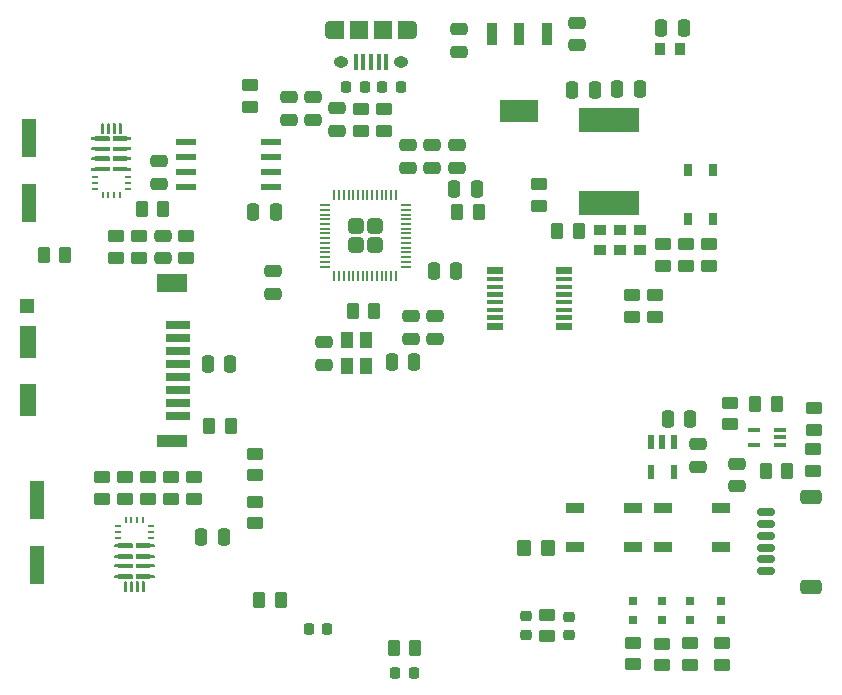
<source format=gbr>
%TF.GenerationSoftware,KiCad,Pcbnew,7.0.10-7.0.10~ubuntu22.04.1*%
%TF.CreationDate,2024-11-26T00:39:38-05:00*%
%TF.ProjectId,Chimera,4368696d-6572-4612-9e6b-696361645f70,rev?*%
%TF.SameCoordinates,Original*%
%TF.FileFunction,Paste,Top*%
%TF.FilePolarity,Positive*%
%FSLAX46Y46*%
G04 Gerber Fmt 4.6, Leading zero omitted, Abs format (unit mm)*
G04 Created by KiCad (PCBNEW 7.0.10-7.0.10~ubuntu22.04.1) date 2024-11-26 00:39:38*
%MOMM*%
%LPD*%
G01*
G04 APERTURE LIST*
G04 Aperture macros list*
%AMRoundRect*
0 Rectangle with rounded corners*
0 $1 Rounding radius*
0 $2 $3 $4 $5 $6 $7 $8 $9 X,Y pos of 4 corners*
0 Add a 4 corners polygon primitive as box body*
4,1,4,$2,$3,$4,$5,$6,$7,$8,$9,$2,$3,0*
0 Add four circle primitives for the rounded corners*
1,1,$1+$1,$2,$3*
1,1,$1+$1,$4,$5*
1,1,$1+$1,$6,$7*
1,1,$1+$1,$8,$9*
0 Add four rect primitives between the rounded corners*
20,1,$1+$1,$2,$3,$4,$5,0*
20,1,$1+$1,$4,$5,$6,$7,0*
20,1,$1+$1,$6,$7,$8,$9,0*
20,1,$1+$1,$8,$9,$2,$3,0*%
G04 Aperture macros list end*
%ADD10C,0.010000*%
%ADD11RoundRect,0.250000X0.450000X-0.262500X0.450000X0.262500X-0.450000X0.262500X-0.450000X-0.262500X0*%
%ADD12RoundRect,0.250000X-0.450000X0.262500X-0.450000X-0.262500X0.450000X-0.262500X0.450000X0.262500X0*%
%ADD13R,0.660400X1.041400*%
%ADD14RoundRect,0.250000X0.475000X-0.250000X0.475000X0.250000X-0.475000X0.250000X-0.475000X-0.250000X0*%
%ADD15RoundRect,0.250000X0.262500X0.450000X-0.262500X0.450000X-0.262500X-0.450000X0.262500X-0.450000X0*%
%ADD16RoundRect,0.218750X0.218750X0.256250X-0.218750X0.256250X-0.218750X-0.256250X0.218750X-0.256250X0*%
%ADD17R,1.500000X0.900000*%
%ADD18RoundRect,0.250000X-0.262500X-0.450000X0.262500X-0.450000X0.262500X0.450000X-0.262500X0.450000X0*%
%ADD19RoundRect,0.250000X-0.475000X0.250000X-0.475000X-0.250000X0.475000X-0.250000X0.475000X0.250000X0*%
%ADD20R,1.130000X0.890000*%
%ADD21O,0.890000X1.550000*%
%ADD22O,1.250000X0.950000*%
%ADD23R,0.400000X1.350000*%
%ADD24R,1.200000X1.550000*%
%ADD25R,1.500000X1.550000*%
%ADD26RoundRect,0.250000X-0.250000X-0.475000X0.250000X-0.475000X0.250000X0.475000X-0.250000X0.475000X0*%
%ADD27R,0.600000X1.150000*%
%ADD28RoundRect,0.250000X0.250000X0.475000X-0.250000X0.475000X-0.250000X-0.475000X0.250000X-0.475000X0*%
%ADD29R,0.750000X0.800000*%
%ADD30R,1.100000X1.400000*%
%ADD31RoundRect,0.218750X-0.256250X0.218750X-0.256250X-0.218750X0.256250X-0.218750X0.256250X0.218750X0*%
%ADD32RoundRect,0.249999X-0.395001X-0.395001X0.395001X-0.395001X0.395001X0.395001X-0.395001X0.395001X0*%
%ADD33RoundRect,0.050000X-0.387500X-0.050000X0.387500X-0.050000X0.387500X0.050000X-0.387500X0.050000X0*%
%ADD34RoundRect,0.050000X-0.050000X-0.387500X0.050000X-0.387500X0.050000X0.387500X-0.050000X0.387500X0*%
%ADD35R,1.295400X3.302000*%
%ADD36R,5.105400X2.032000*%
%ADD37R,0.890000X1.130000*%
%ADD38R,2.000000X0.700000*%
%ADD39R,1.400000X2.700000*%
%ADD40R,2.600000X1.000000*%
%ADD41R,2.600000X1.500000*%
%ADD42R,1.200000X1.200000*%
%ADD43R,0.914400X1.854200*%
%ADD44R,3.200400X1.854200*%
%ADD45RoundRect,0.218750X-0.218750X-0.256250X0.218750X-0.256250X0.218750X0.256250X-0.218750X0.256250X0*%
%ADD46RoundRect,0.250000X0.350000X0.450000X-0.350000X0.450000X-0.350000X-0.450000X0.350000X-0.450000X0*%
%ADD47RoundRect,0.150000X0.625000X-0.150000X0.625000X0.150000X-0.625000X0.150000X-0.625000X-0.150000X0*%
%ADD48RoundRect,0.250000X0.650000X-0.350000X0.650000X0.350000X-0.650000X0.350000X-0.650000X-0.350000X0*%
%ADD49R,0.599999X0.249999*%
%ADD50R,0.249999X0.599999*%
%ADD51RoundRect,0.072500X-0.732500X-0.217500X0.732500X-0.217500X0.732500X0.217500X-0.732500X0.217500X0*%
%ADD52R,0.990600X0.406400*%
G04 APERTURE END LIST*
%TO.C,U6*%
D10*
X122050000Y-88425000D02*
X120800000Y-88425000D01*
X120800000Y-87925000D01*
X122050000Y-87925000D01*
X122050000Y-88425000D01*
G36*
X122050000Y-88425000D02*
G01*
X120800000Y-88425000D01*
X120800000Y-87925000D01*
X122050000Y-87925000D01*
X122050000Y-88425000D01*
G37*
X122050000Y-87575000D02*
X120800000Y-87575000D01*
X120800000Y-87275000D01*
X122050000Y-87275000D01*
X122050000Y-87575000D01*
G36*
X122050000Y-87575000D02*
G01*
X120800000Y-87575000D01*
X120800000Y-87275000D01*
X122050000Y-87275000D01*
X122050000Y-87575000D01*
G37*
X122050000Y-86925000D02*
X120800000Y-86925000D01*
X120800000Y-86625000D01*
X122050000Y-86625000D01*
X122050000Y-86925000D01*
G36*
X122050000Y-86925000D02*
G01*
X120800000Y-86925000D01*
X120800000Y-86625000D01*
X122050000Y-86625000D01*
X122050000Y-86925000D01*
G37*
X122050000Y-86275000D02*
X120800000Y-86275000D01*
X120800000Y-85975000D01*
X122050000Y-85975000D01*
X122050000Y-86275000D01*
G36*
X122050000Y-86275000D02*
G01*
X120800000Y-86275000D01*
X120800000Y-85975000D01*
X122050000Y-85975000D01*
X122050000Y-86275000D01*
G37*
X122050000Y-85625000D02*
X120800000Y-85625000D01*
X120800000Y-85325000D01*
X122050000Y-85325000D01*
X122050000Y-85625000D01*
G36*
X122050000Y-85625000D02*
G01*
X120800000Y-85625000D01*
X120800000Y-85325000D01*
X122050000Y-85325000D01*
X122050000Y-85625000D01*
G37*
X122050000Y-84975000D02*
X120800000Y-84975000D01*
X120800000Y-84675000D01*
X122050000Y-84675000D01*
X122050000Y-84975000D01*
G36*
X122050000Y-84975000D02*
G01*
X120800000Y-84975000D01*
X120800000Y-84675000D01*
X122050000Y-84675000D01*
X122050000Y-84975000D01*
G37*
X122050000Y-84325000D02*
X120800000Y-84325000D01*
X120800000Y-84025000D01*
X122050000Y-84025000D01*
X122050000Y-84325000D01*
G36*
X122050000Y-84325000D02*
G01*
X120800000Y-84325000D01*
X120800000Y-84025000D01*
X122050000Y-84025000D01*
X122050000Y-84325000D01*
G37*
X122050000Y-83675000D02*
X120800000Y-83675000D01*
X120800000Y-83175000D01*
X122050000Y-83175000D01*
X122050000Y-83675000D01*
G36*
X122050000Y-83675000D02*
G01*
X120800000Y-83675000D01*
X120800000Y-83175000D01*
X122050000Y-83175000D01*
X122050000Y-83675000D01*
G37*
X116200000Y-88425000D02*
X114950000Y-88425000D01*
X114950000Y-87925000D01*
X116200000Y-87925000D01*
X116200000Y-88425000D01*
G36*
X116200000Y-88425000D02*
G01*
X114950000Y-88425000D01*
X114950000Y-87925000D01*
X116200000Y-87925000D01*
X116200000Y-88425000D01*
G37*
X116200000Y-87575000D02*
X114950000Y-87575000D01*
X114950000Y-87275000D01*
X116200000Y-87275000D01*
X116200000Y-87575000D01*
G36*
X116200000Y-87575000D02*
G01*
X114950000Y-87575000D01*
X114950000Y-87275000D01*
X116200000Y-87275000D01*
X116200000Y-87575000D01*
G37*
X116200000Y-86925000D02*
X114950000Y-86925000D01*
X114950000Y-86625000D01*
X116200000Y-86625000D01*
X116200000Y-86925000D01*
G36*
X116200000Y-86925000D02*
G01*
X114950000Y-86925000D01*
X114950000Y-86625000D01*
X116200000Y-86625000D01*
X116200000Y-86925000D01*
G37*
X116200000Y-86275000D02*
X114950000Y-86275000D01*
X114950000Y-85975000D01*
X116200000Y-85975000D01*
X116200000Y-86275000D01*
G36*
X116200000Y-86275000D02*
G01*
X114950000Y-86275000D01*
X114950000Y-85975000D01*
X116200000Y-85975000D01*
X116200000Y-86275000D01*
G37*
X116200000Y-85625000D02*
X114950000Y-85625000D01*
X114950000Y-85325000D01*
X116200000Y-85325000D01*
X116200000Y-85625000D01*
G36*
X116200000Y-85625000D02*
G01*
X114950000Y-85625000D01*
X114950000Y-85325000D01*
X116200000Y-85325000D01*
X116200000Y-85625000D01*
G37*
X116200000Y-84975000D02*
X114950000Y-84975000D01*
X114950000Y-84675000D01*
X116200000Y-84675000D01*
X116200000Y-84975000D01*
G36*
X116200000Y-84975000D02*
G01*
X114950000Y-84975000D01*
X114950000Y-84675000D01*
X116200000Y-84675000D01*
X116200000Y-84975000D01*
G37*
X116200000Y-84325000D02*
X114950000Y-84325000D01*
X114950000Y-84025000D01*
X116200000Y-84025000D01*
X116200000Y-84325000D01*
G36*
X116200000Y-84325000D02*
G01*
X114950000Y-84325000D01*
X114950000Y-84025000D01*
X116200000Y-84025000D01*
X116200000Y-84325000D01*
G37*
X116200000Y-83675000D02*
X114950000Y-83675000D01*
X114950000Y-83175000D01*
X116200000Y-83175000D01*
X116200000Y-83675000D01*
G36*
X116200000Y-83675000D02*
G01*
X114950000Y-83675000D01*
X114950000Y-83175000D01*
X116200000Y-83175000D01*
X116200000Y-83675000D01*
G37*
%TO.C,Motor 2*%
G36*
X84035000Y-71045000D02*
G01*
X84035000Y-71844999D01*
X83985000Y-71894999D01*
X83835000Y-71894999D01*
X83785000Y-71844999D01*
X83785000Y-71045000D01*
X83835000Y-70994998D01*
X83985000Y-70994998D01*
X84035000Y-71045000D01*
G37*
G36*
X83535001Y-71045000D02*
G01*
X83535001Y-71844999D01*
X83485001Y-71894999D01*
X83335001Y-71894999D01*
X83285001Y-71844999D01*
X83285001Y-71045000D01*
X83335001Y-70994998D01*
X83485001Y-70994998D01*
X83535001Y-71045000D01*
G37*
G36*
X83034999Y-71045000D02*
G01*
X83034999Y-71844999D01*
X82984999Y-71894999D01*
X82834999Y-71894999D01*
X82784999Y-71844999D01*
X82784999Y-71045000D01*
X82834999Y-70994998D01*
X82984999Y-70994998D01*
X83034999Y-71045000D01*
G37*
G36*
X82535000Y-71045000D02*
G01*
X82535000Y-71844999D01*
X82485000Y-71894999D01*
X82335000Y-71894999D01*
X82285000Y-71844999D01*
X82285000Y-71045000D01*
X82335000Y-70994998D01*
X82485000Y-70994998D01*
X82535000Y-71045000D01*
G37*
G36*
X84510500Y-74769999D02*
G01*
X84810500Y-74769999D01*
X84860500Y-74819999D01*
X84860500Y-74969999D01*
X84810500Y-75020001D01*
X84510500Y-75019999D01*
X84510500Y-75095000D01*
X83335501Y-75095000D01*
X83285499Y-75045010D01*
X83285499Y-74744998D01*
X83335499Y-74694998D01*
X84510500Y-74694998D01*
X84510500Y-74769999D01*
G37*
G36*
X84510500Y-73869998D02*
G01*
X84810500Y-73869998D01*
X84860500Y-73919998D01*
X84860500Y-74069998D01*
X84810500Y-74120000D01*
X84510500Y-74119998D01*
X84510500Y-74194999D01*
X83335501Y-74194999D01*
X83285499Y-74145014D01*
X83285499Y-73845000D01*
X83335499Y-73795000D01*
X84510500Y-73795000D01*
X84510500Y-73869998D01*
G37*
G36*
X84510500Y-73070000D02*
G01*
X84810500Y-73070000D01*
X84860500Y-73120000D01*
X84860500Y-73270000D01*
X84810500Y-73320002D01*
X84510500Y-73319999D01*
X84510500Y-73394998D01*
X83335499Y-73395001D01*
X83285499Y-73345016D01*
X83285499Y-73044999D01*
X83335499Y-72994999D01*
X84510500Y-72994999D01*
X84510500Y-73070000D01*
G37*
G36*
X84510500Y-72169999D02*
G01*
X84810500Y-72169999D01*
X84860500Y-72219999D01*
X84860500Y-72369999D01*
X84810500Y-72420001D01*
X84510500Y-72419999D01*
X84510500Y-72495000D01*
X83335499Y-72495000D01*
X83285496Y-72445020D01*
X83285499Y-72144998D01*
X83335499Y-72094998D01*
X84510500Y-72094998D01*
X84510500Y-72169999D01*
G37*
G36*
X83034501Y-74744998D02*
G01*
X83034506Y-75045025D01*
X82984499Y-75095000D01*
X81809500Y-75095000D01*
X81809500Y-75019999D01*
X81509500Y-75020001D01*
X81459500Y-74969999D01*
X81459500Y-74820004D01*
X81509500Y-74769999D01*
X81809500Y-74769999D01*
X81809500Y-74694998D01*
X82984504Y-74694998D01*
X83034501Y-74744998D01*
G37*
G36*
X83034501Y-73845000D02*
G01*
X83034504Y-74145017D01*
X82984499Y-74194999D01*
X81809500Y-74194999D01*
X81809500Y-74119998D01*
X81509500Y-74120003D01*
X81459500Y-74069998D01*
X81459500Y-73920001D01*
X81509500Y-73869998D01*
X81809500Y-73869998D01*
X81809500Y-73795000D01*
X82984504Y-73795000D01*
X83034501Y-73845000D01*
G37*
G36*
X83034501Y-73044999D02*
G01*
X83034504Y-73345018D01*
X82984501Y-73394998D01*
X81809500Y-73394998D01*
X81809500Y-73319999D01*
X81509500Y-73320002D01*
X81459500Y-73270000D01*
X81459500Y-73120002D01*
X81509500Y-73070000D01*
X81809500Y-73070000D01*
X81809500Y-72994999D01*
X82984504Y-72994999D01*
X83034501Y-73044999D01*
G37*
G36*
X83034501Y-72144998D02*
G01*
X83034506Y-72445023D01*
X82984499Y-72495000D01*
X81809500Y-72495000D01*
X81809500Y-72419999D01*
X81509500Y-72420001D01*
X81459500Y-72369999D01*
X81459500Y-72220004D01*
X81509500Y-72169999D01*
X81809500Y-72169999D01*
X81809500Y-72094998D01*
X82984504Y-72094998D01*
X83034501Y-72144998D01*
G37*
%TO.C,U1*%
G36*
X84485000Y-109845000D02*
G01*
X84485000Y-110644999D01*
X84435000Y-110695001D01*
X84285000Y-110695001D01*
X84235000Y-110644999D01*
X84235000Y-109845000D01*
X84285000Y-109795000D01*
X84435000Y-109795000D01*
X84485000Y-109845000D01*
G37*
G36*
X84984999Y-109845000D02*
G01*
X84984999Y-110644999D01*
X84934999Y-110695001D01*
X84784999Y-110695001D01*
X84734999Y-110644999D01*
X84734999Y-109845000D01*
X84784999Y-109795000D01*
X84934999Y-109795000D01*
X84984999Y-109845000D01*
G37*
G36*
X85485001Y-109845000D02*
G01*
X85485001Y-110644999D01*
X85435001Y-110695001D01*
X85285001Y-110695001D01*
X85235001Y-110644999D01*
X85235001Y-109845000D01*
X85285001Y-109795000D01*
X85435001Y-109795000D01*
X85485001Y-109845000D01*
G37*
G36*
X85985000Y-109845000D02*
G01*
X85985000Y-110644999D01*
X85935000Y-110695001D01*
X85785000Y-110695001D01*
X85735000Y-110644999D01*
X85735000Y-109845000D01*
X85785000Y-109795000D01*
X85935000Y-109795000D01*
X85985000Y-109845000D01*
G37*
G36*
X84984501Y-106644989D02*
G01*
X84984501Y-106945001D01*
X84934501Y-106995001D01*
X83759500Y-106995001D01*
X83759500Y-106920000D01*
X83459500Y-106920000D01*
X83409500Y-106870000D01*
X83409500Y-106720000D01*
X83459500Y-106669998D01*
X83759500Y-106670000D01*
X83759500Y-106594999D01*
X84934499Y-106594999D01*
X84984501Y-106644989D01*
G37*
G36*
X84984501Y-107544985D02*
G01*
X84984501Y-107844999D01*
X84934501Y-107894999D01*
X83759500Y-107894999D01*
X83759500Y-107820001D01*
X83459500Y-107820001D01*
X83409500Y-107770001D01*
X83409500Y-107620001D01*
X83459500Y-107569999D01*
X83759500Y-107570001D01*
X83759500Y-107495000D01*
X84934499Y-107495000D01*
X84984501Y-107544985D01*
G37*
G36*
X84984501Y-108344983D02*
G01*
X84984501Y-108645000D01*
X84934501Y-108695000D01*
X83759500Y-108695000D01*
X83759500Y-108619999D01*
X83459500Y-108619999D01*
X83409500Y-108569999D01*
X83409500Y-108419999D01*
X83459500Y-108369997D01*
X83759500Y-108370000D01*
X83759500Y-108295001D01*
X84934501Y-108294998D01*
X84984501Y-108344983D01*
G37*
G36*
X84984504Y-109244979D02*
G01*
X84984501Y-109545001D01*
X84934501Y-109595001D01*
X83759500Y-109595001D01*
X83759500Y-109520000D01*
X83459500Y-109520000D01*
X83409500Y-109470000D01*
X83409500Y-109320000D01*
X83459500Y-109269998D01*
X83759500Y-109270000D01*
X83759500Y-109194999D01*
X84934501Y-109194999D01*
X84984504Y-109244979D01*
G37*
G36*
X86460500Y-106670000D02*
G01*
X86760500Y-106669998D01*
X86810500Y-106720000D01*
X86810500Y-106869995D01*
X86760500Y-106920000D01*
X86460500Y-106920000D01*
X86460500Y-106995001D01*
X85285496Y-106995001D01*
X85235499Y-106945001D01*
X85235494Y-106644974D01*
X85285501Y-106594999D01*
X86460500Y-106594999D01*
X86460500Y-106670000D01*
G37*
G36*
X86460500Y-107570001D02*
G01*
X86760500Y-107569996D01*
X86810500Y-107620001D01*
X86810500Y-107769998D01*
X86760500Y-107820001D01*
X86460500Y-107820001D01*
X86460500Y-107894999D01*
X85285496Y-107894999D01*
X85235499Y-107844999D01*
X85235496Y-107544982D01*
X85285501Y-107495000D01*
X86460500Y-107495000D01*
X86460500Y-107570001D01*
G37*
G36*
X86460500Y-108370000D02*
G01*
X86760500Y-108369997D01*
X86810500Y-108419999D01*
X86810500Y-108569997D01*
X86760500Y-108619999D01*
X86460500Y-108619999D01*
X86460500Y-108695000D01*
X85285496Y-108695000D01*
X85235499Y-108645000D01*
X85235496Y-108344981D01*
X85285499Y-108295001D01*
X86460500Y-108295001D01*
X86460500Y-108370000D01*
G37*
G36*
X86460500Y-109270000D02*
G01*
X86760500Y-109269998D01*
X86810500Y-109320000D01*
X86810500Y-109469995D01*
X86760500Y-109520000D01*
X86460500Y-109520000D01*
X86460500Y-109595001D01*
X85285496Y-109595001D01*
X85235499Y-109545001D01*
X85235494Y-109244976D01*
X85285501Y-109194999D01*
X86460500Y-109194999D01*
X86460500Y-109270000D01*
G37*
%TD*%
D11*
%TO.C,R11*%
X90160000Y-102820000D03*
X90160000Y-100995000D03*
%TD*%
D12*
%TO.C,R32*%
X104290000Y-69807500D03*
X104290000Y-71632500D03*
%TD*%
D13*
%TO.C,SW1*%
X134099999Y-75000000D03*
X134099999Y-79150000D03*
X131950001Y-75000000D03*
X131950001Y-79150000D03*
%TD*%
D14*
%TO.C,C11*%
X87160000Y-76145000D03*
X87160000Y-74245000D03*
%TD*%
D15*
%TO.C,R16*%
X79247500Y-82145000D03*
X77422500Y-82145000D03*
%TD*%
D16*
%TO.C,D7*%
X101425000Y-113850000D03*
X99850000Y-113850000D03*
%TD*%
D14*
%TO.C,C25*%
X110525000Y-89275000D03*
X110525000Y-87375000D03*
%TD*%
D17*
%TO.C,D12*%
X134760000Y-106895000D03*
X134760000Y-103595000D03*
X129860000Y-103595000D03*
X129860000Y-106895000D03*
%TD*%
D11*
%TO.C,R2*%
X119375000Y-78000000D03*
X119375000Y-76175000D03*
%TD*%
D16*
%TO.C,D8*%
X108787500Y-117550000D03*
X107212500Y-117550000D03*
%TD*%
D18*
%TO.C,R22*%
X95687500Y-111400000D03*
X97512500Y-111400000D03*
%TD*%
D19*
%TO.C,C26*%
X98210000Y-68810000D03*
X98210000Y-70710000D03*
%TD*%
D20*
%TO.C,C6*%
X126225000Y-81765000D03*
X126225000Y-80025000D03*
%TD*%
D21*
%TO.C,J9*%
X108640000Y-63120000D03*
D22*
X107640000Y-65820000D03*
X102640000Y-65820000D03*
D21*
X101640000Y-63120000D03*
D23*
X106440000Y-65820000D03*
X105790000Y-65820000D03*
X105140000Y-65820000D03*
X104490000Y-65820000D03*
X103840000Y-65820000D03*
D24*
X108040000Y-63120000D03*
D25*
X106140000Y-63120000D03*
X104140000Y-63120000D03*
D24*
X102240000Y-63120000D03*
%TD*%
D26*
%TO.C,C17*%
X95160000Y-78495000D03*
X97060000Y-78495000D03*
%TD*%
D27*
%TO.C,IC1*%
X130760000Y-97970000D03*
X129810000Y-97970000D03*
X128860000Y-97970000D03*
X128860000Y-100570000D03*
X130760000Y-100570000D03*
%TD*%
D28*
%TO.C,C20*%
X112375000Y-83550000D03*
X110475000Y-83550000D03*
%TD*%
D18*
%TO.C,R44*%
X137687500Y-94800000D03*
X139512500Y-94800000D03*
%TD*%
D20*
%TO.C,C7*%
X124525000Y-81770000D03*
X124525000Y-80030000D03*
%TD*%
D29*
%TO.C,D2*%
X132135000Y-111445000D03*
X132135000Y-113045000D03*
%TD*%
D17*
%TO.C,D11*%
X127335000Y-106920000D03*
X127335000Y-103620000D03*
X122435000Y-103620000D03*
X122435000Y-106920000D03*
%TD*%
D12*
%TO.C,R19*%
X129225000Y-85600000D03*
X129225000Y-87425000D03*
%TD*%
D11*
%TO.C,R7*%
X95325000Y-100825000D03*
X95325000Y-99000000D03*
%TD*%
D30*
%TO.C,X1*%
X103149999Y-89330000D03*
X103149999Y-91530000D03*
X104750001Y-91530000D03*
X104750001Y-89330000D03*
%TD*%
D12*
%TO.C,R8*%
X142625000Y-95137500D03*
X142625000Y-96962500D03*
%TD*%
D31*
%TO.C,D9*%
X118225000Y-112762500D03*
X118225000Y-114337500D03*
%TD*%
D12*
%TO.C,R13*%
X85535000Y-80595000D03*
X85535000Y-82420000D03*
%TD*%
D28*
%TO.C,C28*%
X114090000Y-76610000D03*
X112190000Y-76610000D03*
%TD*%
D11*
%TO.C,R33*%
X106260000Y-71632500D03*
X106260000Y-69807500D03*
%TD*%
%TO.C,R36*%
X129900000Y-83100000D03*
X129900000Y-81275000D03*
%TD*%
D19*
%TO.C,C21*%
X100250000Y-68820000D03*
X100250000Y-70720000D03*
%TD*%
D18*
%TO.C,R43*%
X138562500Y-100500000D03*
X140387500Y-100500000D03*
%TD*%
D12*
%TO.C,R15*%
X89510000Y-80595000D03*
X89510000Y-82420000D03*
%TD*%
D32*
%TO.C,U3*%
X103842500Y-79750000D03*
X103842500Y-81350000D03*
X105442500Y-79750000D03*
X105442500Y-81350000D03*
D33*
X101205000Y-77950000D03*
X101205000Y-78350000D03*
X101205000Y-78750000D03*
X101205000Y-79150000D03*
X101205000Y-79550000D03*
X101205000Y-79950000D03*
X101205000Y-80350000D03*
X101205000Y-80750000D03*
X101205000Y-81150000D03*
X101205000Y-81550000D03*
X101205000Y-81950000D03*
X101205000Y-82350000D03*
X101205000Y-82750000D03*
X101205000Y-83150000D03*
D34*
X102042500Y-83987500D03*
X102442500Y-83987500D03*
X102842500Y-83987500D03*
X103242500Y-83987500D03*
X103642500Y-83987500D03*
X104042500Y-83987500D03*
X104442500Y-83987500D03*
X104842500Y-83987500D03*
X105242500Y-83987500D03*
X105642500Y-83987500D03*
X106042500Y-83987500D03*
X106442500Y-83987500D03*
X106842500Y-83987500D03*
X107242500Y-83987500D03*
D33*
X108080000Y-83150000D03*
X108080000Y-82750000D03*
X108080000Y-82350000D03*
X108080000Y-81950000D03*
X108080000Y-81550000D03*
X108080000Y-81150000D03*
X108080000Y-80750000D03*
X108080000Y-80350000D03*
X108080000Y-79950000D03*
X108080000Y-79550000D03*
X108080000Y-79150000D03*
X108080000Y-78750000D03*
X108080000Y-78350000D03*
X108080000Y-77950000D03*
D34*
X107242500Y-77112500D03*
X106842500Y-77112500D03*
X106442500Y-77112500D03*
X106042500Y-77112500D03*
X105642500Y-77112500D03*
X105242500Y-77112500D03*
X104842500Y-77112500D03*
X104442500Y-77112500D03*
X104042500Y-77112500D03*
X103642500Y-77112500D03*
X103242500Y-77112500D03*
X102842500Y-77112500D03*
X102442500Y-77112500D03*
X102042500Y-77112500D03*
%TD*%
D14*
%TO.C,C32*%
X87535000Y-82457500D03*
X87535000Y-80557500D03*
%TD*%
D35*
%TO.C,C9*%
X76885000Y-102914100D03*
X76885000Y-108425900D03*
%TD*%
D28*
%TO.C,C10*%
X92660000Y-106020000D03*
X90760000Y-106020000D03*
%TD*%
D19*
%TO.C,C2*%
X122600000Y-62500000D03*
X122600000Y-64400000D03*
%TD*%
D36*
%TO.C,L1*%
X125250000Y-70769800D03*
X125250000Y-77780200D03*
%TD*%
D16*
%TO.C,D6*%
X107662500Y-67950000D03*
X106087500Y-67950000D03*
%TD*%
D18*
%TO.C,R21*%
X107062500Y-115475000D03*
X108887500Y-115475000D03*
%TD*%
D11*
%TO.C,R9*%
X86260000Y-102820000D03*
X86260000Y-100995000D03*
%TD*%
D14*
%TO.C,C8*%
X136150000Y-101750000D03*
X136150000Y-99850000D03*
%TD*%
D12*
%TO.C,R5*%
X82360000Y-100995000D03*
X82360000Y-102820000D03*
%TD*%
D11*
%TO.C,R23*%
X120050000Y-114437500D03*
X120050000Y-112612500D03*
%TD*%
D19*
%TO.C,C16*%
X132800000Y-98200000D03*
X132800000Y-100100000D03*
%TD*%
D37*
%TO.C,C14*%
X131345000Y-64750000D03*
X129605000Y-64750000D03*
%TD*%
D12*
%TO.C,R30*%
X94900000Y-67787500D03*
X94900000Y-69612500D03*
%TD*%
%TO.C,R12*%
X83560000Y-80595000D03*
X83560000Y-82420000D03*
%TD*%
D14*
%TO.C,C30*%
X101170000Y-91450000D03*
X101170000Y-89550000D03*
%TD*%
D38*
%TO.C,J10*%
X88827500Y-88120000D03*
X88827500Y-89220000D03*
X88827500Y-90320000D03*
X88827500Y-91420000D03*
X88827500Y-92520000D03*
X88827500Y-93620000D03*
X88827500Y-94720000D03*
X88827500Y-95820000D03*
D39*
X76127500Y-89520000D03*
D40*
X88327500Y-97920000D03*
D41*
X88327500Y-84570000D03*
D39*
X76127500Y-94420000D03*
D42*
X76027500Y-86470000D03*
%TD*%
D19*
%TO.C,C22*%
X102285000Y-69757500D03*
X102285000Y-71657500D03*
%TD*%
D11*
%TO.C,R39*%
X132160000Y-116845000D03*
X132160000Y-115020000D03*
%TD*%
D15*
%TO.C,R4*%
X114250000Y-78550000D03*
X112425000Y-78550000D03*
%TD*%
D11*
%TO.C,R10*%
X84310000Y-102820000D03*
X84310000Y-100995000D03*
%TD*%
D35*
%TO.C,C13*%
X76210000Y-77775900D03*
X76210000Y-72264100D03*
%TD*%
D18*
%TO.C,R31*%
X103585000Y-86890000D03*
X105410000Y-86890000D03*
%TD*%
D43*
%TO.C,U5*%
X120000000Y-63423400D03*
X117700000Y-63423400D03*
X115400000Y-63423400D03*
D44*
X117700000Y-69976600D03*
%TD*%
D15*
%TO.C,R18*%
X87547500Y-78295000D03*
X85722500Y-78295000D03*
%TD*%
D45*
%TO.C,D5*%
X103050000Y-67950000D03*
X104625000Y-67950000D03*
%TD*%
D19*
%TO.C,C31*%
X108290000Y-72890000D03*
X108290000Y-74790000D03*
%TD*%
%TO.C,C23*%
X112390000Y-72870000D03*
X112390000Y-74770000D03*
%TD*%
D46*
%TO.C,R37*%
X120085000Y-106945000D03*
X118085000Y-106945000D03*
%TD*%
D26*
%TO.C,C29*%
X106890000Y-91200000D03*
X108790000Y-91200000D03*
%TD*%
D28*
%TO.C,C4*%
X127875000Y-68150000D03*
X125975000Y-68150000D03*
%TD*%
D47*
%TO.C,J11*%
X138550000Y-108950000D03*
X138550000Y-107950000D03*
X138550000Y-106950000D03*
X138550000Y-105950000D03*
X138550000Y-104950000D03*
X138550000Y-103950000D03*
D48*
X142425000Y-110250000D03*
X142425000Y-102650000D03*
%TD*%
D11*
%TO.C,R20*%
X127275000Y-87425000D03*
X127275000Y-85600000D03*
%TD*%
%TO.C,R42*%
X142600000Y-100437500D03*
X142600000Y-98612500D03*
%TD*%
D12*
%TO.C,R40*%
X129785000Y-115082500D03*
X129785000Y-116907500D03*
%TD*%
D20*
%TO.C,C5*%
X127925000Y-81765000D03*
X127925000Y-80025000D03*
%TD*%
D26*
%TO.C,C12*%
X130275000Y-96025000D03*
X132175000Y-96025000D03*
%TD*%
D12*
%TO.C,R38*%
X134835000Y-115020000D03*
X134835000Y-116845000D03*
%TD*%
D19*
%TO.C,C24*%
X110340000Y-72880000D03*
X110340000Y-74780000D03*
%TD*%
D15*
%TO.C,R1*%
X122712500Y-80100000D03*
X120887500Y-80100000D03*
%TD*%
D49*
%TO.C,Motor 2*%
X84560000Y-76569998D03*
X84560000Y-76069999D03*
X84560000Y-75570000D03*
X81760000Y-75570000D03*
X81760000Y-76069999D03*
X81760000Y-76569998D03*
D50*
X82409999Y-77094998D03*
X82910000Y-77094998D03*
X83410000Y-77094998D03*
X83910001Y-77094998D03*
%TD*%
D29*
%TO.C,D3*%
X129810000Y-111470000D03*
X129810000Y-113070000D03*
%TD*%
D31*
%TO.C,D10*%
X121925000Y-112812500D03*
X121925000Y-114387500D03*
%TD*%
D51*
%TO.C,U8*%
X89455000Y-72615000D03*
X89455000Y-73885000D03*
X89455000Y-75155000D03*
X89455000Y-76425000D03*
X96665000Y-76425000D03*
X96665000Y-75155000D03*
X96665000Y-73885000D03*
X96665000Y-72615000D03*
%TD*%
D14*
%TO.C,C19*%
X108500000Y-89265000D03*
X108500000Y-87365000D03*
%TD*%
D29*
%TO.C,D4*%
X127335000Y-111495000D03*
X127335000Y-113095000D03*
%TD*%
D14*
%TO.C,C3*%
X112600000Y-64975000D03*
X112600000Y-63075000D03*
%TD*%
D28*
%TO.C,C27*%
X93200000Y-91375000D03*
X91300000Y-91375000D03*
%TD*%
D52*
%TO.C,U9*%
X139767600Y-98249999D03*
X139767600Y-97600000D03*
X139767600Y-96950001D03*
X137532400Y-96950001D03*
X137532400Y-98249999D03*
%TD*%
D49*
%TO.C,U1*%
X83710000Y-105120001D03*
X83710000Y-105620000D03*
X83710000Y-106119999D03*
X86510000Y-106119999D03*
X86510000Y-105620000D03*
X86510000Y-105120001D03*
D50*
X85860001Y-104595001D03*
X85360000Y-104595001D03*
X84860000Y-104595001D03*
X84359999Y-104595001D03*
%TD*%
D11*
%TO.C,R35*%
X133800000Y-83087500D03*
X133800000Y-81262500D03*
%TD*%
%TO.C,R24*%
X95325000Y-104887500D03*
X95325000Y-103062500D03*
%TD*%
D28*
%TO.C,C15*%
X131600000Y-62925000D03*
X129700000Y-62925000D03*
%TD*%
D12*
%TO.C,R34*%
X131825000Y-81275000D03*
X131825000Y-83100000D03*
%TD*%
D11*
%TO.C,R6*%
X88210000Y-102820000D03*
X88210000Y-100995000D03*
%TD*%
D14*
%TO.C,C18*%
X96810000Y-85445000D03*
X96810000Y-83545000D03*
%TD*%
D11*
%TO.C,R14*%
X135500000Y-96487500D03*
X135500000Y-94662500D03*
%TD*%
D28*
%TO.C,C1*%
X124100000Y-68200000D03*
X122200000Y-68200000D03*
%TD*%
D29*
%TO.C,D1*%
X134785000Y-111445000D03*
X134785000Y-113045000D03*
%TD*%
D12*
%TO.C,R41*%
X127310000Y-114995000D03*
X127310000Y-116820000D03*
%TD*%
D15*
%TO.C,R17*%
X93287500Y-96625000D03*
X91462500Y-96625000D03*
%TD*%
M02*

</source>
